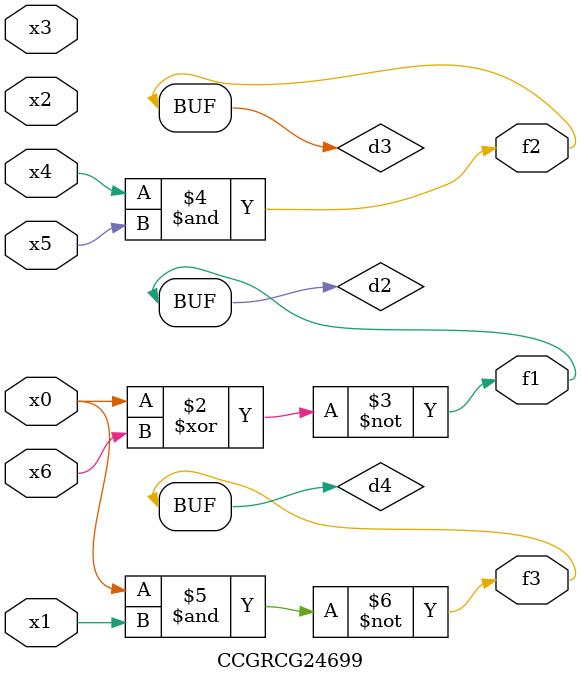
<source format=v>
module CCGRCG24699(
	input x0, x1, x2, x3, x4, x5, x6,
	output f1, f2, f3
);

	wire d1, d2, d3, d4;

	nor (d1, x0);
	xnor (d2, x0, x6);
	and (d3, x4, x5);
	nand (d4, x0, x1);
	assign f1 = d2;
	assign f2 = d3;
	assign f3 = d4;
endmodule

</source>
